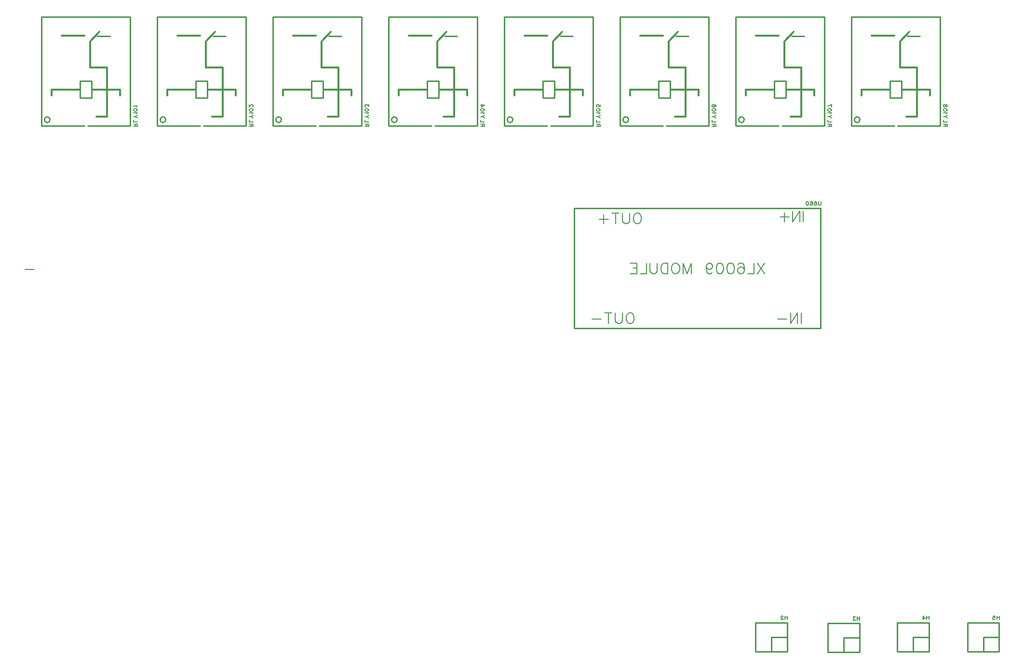
<source format=gbo>
G04 Layer: BottomSilkscreenLayer*
G04 EasyEDA Pro v2.2.40.8, 2025-09-09 13:59:53*
G04 Gerber Generator version 0.3*
G04 Scale: 100 percent, Rotated: No, Reflected: No*
G04 Dimensions in millimeters*
G04 Leading zeros omitted, absolute positions, 4 integers and 5 decimals*
G04 Generated by one-click*
%FSLAX45Y45*%
%MOMM*%
%ADD10C,0.152*%
%ADD11C,0.203*%
%ADD12C,0.2032*%
%ADD13C,0.3*%
%ADD14C,0.254*%
%ADD15C,0.9801*%
G75*


G04 Text Start*
G54D10*
G01X5295693Y11464125D02*
G01X5230669Y11464125D01*
G01X5295693Y11464125D02*
G01X5295693Y11492065D01*
G01X5292645Y11501209D01*
G01X5289597Y11504257D01*
G01X5283501Y11507559D01*
G01X5277151Y11507559D01*
G01X5271055Y11504257D01*
G01X5268007Y11501209D01*
G01X5264705Y11492065D01*
G01X5264705Y11464125D01*
G01X5264705Y11485715D02*
G01X5230669Y11507559D01*
G01X5295693Y11537531D02*
G01X5230669Y11537531D01*
G01X5230669Y11537531D02*
G01X5230669Y11574869D01*
G01X5295693Y11604841D02*
G01X5264705Y11629733D01*
G01X5230669Y11629733D01*
G01X5295693Y11654371D02*
G01X5264705Y11629733D01*
G01X5283501Y11684343D02*
G01X5286549Y11690693D01*
G01X5295693Y11699837D01*
G01X5230669Y11699837D01*
G01X5295693Y11748605D02*
G01X5292645Y11739207D01*
G01X5283501Y11733111D01*
G01X5268007Y11729809D01*
G01X5258609Y11729809D01*
G01X5243115Y11733111D01*
G01X5233717Y11739207D01*
G01X5230669Y11748605D01*
G01X5230669Y11754701D01*
G01X5233717Y11763845D01*
G01X5243115Y11770195D01*
G01X5258609Y11773243D01*
G01X5268007Y11773243D01*
G01X5283501Y11770195D01*
G01X5292645Y11763845D01*
G01X5295693Y11754701D01*
G01X5295693Y11748605D01*
G01X5283501Y11803215D02*
G01X5286549Y11809565D01*
G01X5295693Y11818709D01*
G01X5230669Y11818709D01*
G01X7327693Y11464125D02*
G01X7262669Y11464125D01*
G01X7327693Y11464125D02*
G01X7327693Y11492065D01*
G01X7324645Y11501209D01*
G01X7321597Y11504257D01*
G01X7315501Y11507559D01*
G01X7309151Y11507559D01*
G01X7303055Y11504257D01*
G01X7300007Y11501209D01*
G01X7296705Y11492065D01*
G01X7296705Y11464125D01*
G01X7296705Y11485715D02*
G01X7262669Y11507559D01*
G01X7327693Y11537531D02*
G01X7262669Y11537531D01*
G01X7262669Y11537531D02*
G01X7262669Y11574869D01*
G01X7327693Y11604841D02*
G01X7296705Y11629733D01*
G01X7262669Y11629733D01*
G01X7327693Y11654371D02*
G01X7296705Y11629733D01*
G01X7315501Y11684343D02*
G01X7318549Y11690693D01*
G01X7327693Y11699837D01*
G01X7262669Y11699837D01*
G01X7327693Y11748605D02*
G01X7324645Y11739207D01*
G01X7315501Y11733111D01*
G01X7300007Y11729809D01*
G01X7290609Y11729809D01*
G01X7275115Y11733111D01*
G01X7265717Y11739207D01*
G01X7262669Y11748605D01*
G01X7262669Y11754701D01*
G01X7265717Y11763845D01*
G01X7275115Y11770195D01*
G01X7290609Y11773243D01*
G01X7300007Y11773243D01*
G01X7315501Y11770195D01*
G01X7324645Y11763845D01*
G01X7327693Y11754701D01*
G01X7327693Y11748605D01*
G01X7312199Y11806517D02*
G01X7315501Y11806517D01*
G01X7321597Y11809565D01*
G01X7324645Y11812613D01*
G01X7327693Y11818709D01*
G01X7327693Y11831155D01*
G01X7324645Y11837251D01*
G01X7321597Y11840553D01*
G01X7315501Y11843601D01*
G01X7309151Y11843601D01*
G01X7303055Y11840553D01*
G01X7293657Y11834203D01*
G01X7262669Y11803215D01*
G01X7262669Y11846649D01*
G01X9359693Y11464125D02*
G01X9294669Y11464125D01*
G01X9359693Y11464125D02*
G01X9359693Y11492065D01*
G01X9356645Y11501209D01*
G01X9353597Y11504257D01*
G01X9347501Y11507559D01*
G01X9341151Y11507559D01*
G01X9335055Y11504257D01*
G01X9332007Y11501209D01*
G01X9328705Y11492065D01*
G01X9328705Y11464125D01*
G01X9328705Y11485715D02*
G01X9294669Y11507559D01*
G01X9359693Y11537531D02*
G01X9294669Y11537531D01*
G01X9294669Y11537531D02*
G01X9294669Y11574869D01*
G01X9359693Y11604841D02*
G01X9328705Y11629733D01*
G01X9294669Y11629733D01*
G01X9359693Y11654371D02*
G01X9328705Y11629733D01*
G01X9347501Y11684343D02*
G01X9350549Y11690693D01*
G01X9359693Y11699837D01*
G01X9294669Y11699837D01*
G01X9359693Y11748605D02*
G01X9356645Y11739207D01*
G01X9347501Y11733111D01*
G01X9332007Y11729809D01*
G01X9322609Y11729809D01*
G01X9307115Y11733111D01*
G01X9297717Y11739207D01*
G01X9294669Y11748605D01*
G01X9294669Y11754701D01*
G01X9297717Y11763845D01*
G01X9307115Y11770195D01*
G01X9322609Y11773243D01*
G01X9332007Y11773243D01*
G01X9347501Y11770195D01*
G01X9356645Y11763845D01*
G01X9359693Y11754701D01*
G01X9359693Y11748605D01*
G01X9359693Y11809565D02*
G01X9359693Y11843601D01*
G01X9335055Y11825059D01*
G01X9335055Y11834203D01*
G01X9332007Y11840553D01*
G01X9328705Y11843601D01*
G01X9319561Y11846649D01*
G01X9313211Y11846649D01*
G01X9304067Y11843601D01*
G01X9297717Y11837251D01*
G01X9294669Y11828107D01*
G01X9294669Y11818709D01*
G01X9297717Y11809565D01*
G01X9301019Y11806517D01*
G01X9307115Y11803215D01*
G01X11391693Y11464125D02*
G01X11326669Y11464125D01*
G01X11391693Y11464125D02*
G01X11391693Y11492065D01*
G01X11388645Y11501209D01*
G01X11385597Y11504257D01*
G01X11379501Y11507559D01*
G01X11373151Y11507559D01*
G01X11367055Y11504257D01*
G01X11364007Y11501209D01*
G01X11360705Y11492065D01*
G01X11360705Y11464125D01*
G01X11360705Y11485715D02*
G01X11326669Y11507559D01*
G01X11391693Y11537531D02*
G01X11326669Y11537531D01*
G01X11326669Y11537531D02*
G01X11326669Y11574869D01*
G01X11391693Y11604841D02*
G01X11360705Y11629733D01*
G01X11326669Y11629733D01*
G01X11391693Y11654371D02*
G01X11360705Y11629733D01*
G01X11379501Y11684343D02*
G01X11382549Y11690693D01*
G01X11391693Y11699837D01*
G01X11326669Y11699837D01*
G01X11391693Y11748605D02*
G01X11388645Y11739207D01*
G01X11379501Y11733111D01*
G01X11364007Y11729809D01*
G01X11354609Y11729809D01*
G01X11339115Y11733111D01*
G01X11329717Y11739207D01*
G01X11326669Y11748605D01*
G01X11326669Y11754701D01*
G01X11329717Y11763845D01*
G01X11339115Y11770195D01*
G01X11354609Y11773243D01*
G01X11364007Y11773243D01*
G01X11379501Y11770195D01*
G01X11388645Y11763845D01*
G01X11391693Y11754701D01*
G01X11391693Y11748605D01*
G01X11391693Y11834203D02*
G01X11348513Y11803215D01*
G01X11348513Y11849697D01*
G01X11391693Y11834203D02*
G01X11326669Y11834203D01*
G01X13423693Y11464125D02*
G01X13358669Y11464125D01*
G01X13423693Y11464125D02*
G01X13423693Y11492065D01*
G01X13420645Y11501209D01*
G01X13417597Y11504257D01*
G01X13411501Y11507559D01*
G01X13405151Y11507559D01*
G01X13399055Y11504257D01*
G01X13396007Y11501209D01*
G01X13392705Y11492065D01*
G01X13392705Y11464125D01*
G01X13392705Y11485715D02*
G01X13358669Y11507559D01*
G01X13423693Y11537531D02*
G01X13358669Y11537531D01*
G01X13358669Y11537531D02*
G01X13358669Y11574869D01*
G01X13423693Y11604841D02*
G01X13392705Y11629733D01*
G01X13358669Y11629733D01*
G01X13423693Y11654371D02*
G01X13392705Y11629733D01*
G01X13411501Y11684343D02*
G01X13414549Y11690693D01*
G01X13423693Y11699837D01*
G01X13358669Y11699837D01*
G01X13423693Y11748605D02*
G01X13420645Y11739207D01*
G01X13411501Y11733111D01*
G01X13396007Y11729809D01*
G01X13386609Y11729809D01*
G01X13371115Y11733111D01*
G01X13361717Y11739207D01*
G01X13358669Y11748605D01*
G01X13358669Y11754701D01*
G01X13361717Y11763845D01*
G01X13371115Y11770195D01*
G01X13386609Y11773243D01*
G01X13396007Y11773243D01*
G01X13411501Y11770195D01*
G01X13420645Y11763845D01*
G01X13423693Y11754701D01*
G01X13423693Y11748605D01*
G01X13423693Y11840553D02*
G01X13423693Y11809565D01*
G01X13396007Y11806517D01*
G01X13399055Y11809565D01*
G01X13402103Y11818709D01*
G01X13402103Y11828107D01*
G01X13399055Y11837251D01*
G01X13392705Y11843601D01*
G01X13383561Y11846649D01*
G01X13377211Y11846649D01*
G01X13368067Y11843601D01*
G01X13361717Y11837251D01*
G01X13358669Y11828107D01*
G01X13358669Y11818709D01*
G01X13361717Y11809565D01*
G01X13365019Y11806517D01*
G01X13371115Y11803215D01*
G01X15455693Y11464125D02*
G01X15390669Y11464125D01*
G01X15455693Y11464125D02*
G01X15455693Y11492065D01*
G01X15452645Y11501209D01*
G01X15449597Y11504257D01*
G01X15443501Y11507559D01*
G01X15437151Y11507559D01*
G01X15431055Y11504257D01*
G01X15428007Y11501209D01*
G01X15424705Y11492065D01*
G01X15424705Y11464125D01*
G01X15424705Y11485715D02*
G01X15390669Y11507559D01*
G01X15455693Y11537531D02*
G01X15390669Y11537531D01*
G01X15390669Y11537531D02*
G01X15390669Y11574869D01*
G01X15455693Y11604841D02*
G01X15424705Y11629733D01*
G01X15390669Y11629733D01*
G01X15455693Y11654371D02*
G01X15424705Y11629733D01*
G01X15443501Y11684343D02*
G01X15446549Y11690693D01*
G01X15455693Y11699837D01*
G01X15390669Y11699837D01*
G01X15455693Y11748605D02*
G01X15452645Y11739207D01*
G01X15443501Y11733111D01*
G01X15428007Y11729809D01*
G01X15418609Y11729809D01*
G01X15403115Y11733111D01*
G01X15393717Y11739207D01*
G01X15390669Y11748605D01*
G01X15390669Y11754701D01*
G01X15393717Y11763845D01*
G01X15403115Y11770195D01*
G01X15418609Y11773243D01*
G01X15428007Y11773243D01*
G01X15443501Y11770195D01*
G01X15452645Y11763845D01*
G01X15455693Y11754701D01*
G01X15455693Y11748605D01*
G01X15446549Y11840553D02*
G01X15452645Y11837251D01*
G01X15455693Y11828107D01*
G01X15455693Y11822011D01*
G01X15452645Y11812613D01*
G01X15443501Y11806517D01*
G01X15428007Y11803215D01*
G01X15412513Y11803215D01*
G01X15400067Y11806517D01*
G01X15393717Y11812613D01*
G01X15390669Y11822011D01*
G01X15390669Y11825059D01*
G01X15393717Y11834203D01*
G01X15400067Y11840553D01*
G01X15409211Y11843601D01*
G01X15412513Y11843601D01*
G01X15421657Y11840553D01*
G01X15428007Y11834203D01*
G01X15431055Y11825059D01*
G01X15431055Y11822011D01*
G01X15428007Y11812613D01*
G01X15421657Y11806517D01*
G01X15412513Y11803215D01*
G01X17487693Y11464125D02*
G01X17422669Y11464125D01*
G01X17487693Y11464125D02*
G01X17487693Y11492065D01*
G01X17484645Y11501209D01*
G01X17481597Y11504257D01*
G01X17475501Y11507559D01*
G01X17469151Y11507559D01*
G01X17463055Y11504257D01*
G01X17460007Y11501209D01*
G01X17456705Y11492065D01*
G01X17456705Y11464125D01*
G01X17456705Y11485715D02*
G01X17422669Y11507559D01*
G01X17487693Y11537531D02*
G01X17422669Y11537531D01*
G01X17422669Y11537531D02*
G01X17422669Y11574869D01*
G01X17487693Y11604841D02*
G01X17456705Y11629733D01*
G01X17422669Y11629733D01*
G01X17487693Y11654371D02*
G01X17456705Y11629733D01*
G01X17475501Y11684343D02*
G01X17478549Y11690693D01*
G01X17487693Y11699837D01*
G01X17422669Y11699837D01*
G01X17487693Y11748605D02*
G01X17484645Y11739207D01*
G01X17475501Y11733111D01*
G01X17460007Y11729809D01*
G01X17450609Y11729809D01*
G01X17435115Y11733111D01*
G01X17425717Y11739207D01*
G01X17422669Y11748605D01*
G01X17422669Y11754701D01*
G01X17425717Y11763845D01*
G01X17435115Y11770195D01*
G01X17450609Y11773243D01*
G01X17460007Y11773243D01*
G01X17475501Y11770195D01*
G01X17484645Y11763845D01*
G01X17487693Y11754701D01*
G01X17487693Y11748605D01*
G01X17487693Y11846649D02*
G01X17422669Y11815661D01*
G01X17487693Y11803215D02*
G01X17487693Y11846649D01*
G01X19519693Y11464125D02*
G01X19454669Y11464125D01*
G01X19519693Y11464125D02*
G01X19519693Y11492065D01*
G01X19516645Y11501209D01*
G01X19513597Y11504257D01*
G01X19507501Y11507559D01*
G01X19501151Y11507559D01*
G01X19495055Y11504257D01*
G01X19492007Y11501209D01*
G01X19488705Y11492065D01*
G01X19488705Y11464125D01*
G01X19488705Y11485715D02*
G01X19454669Y11507559D01*
G01X19519693Y11537531D02*
G01X19454669Y11537531D01*
G01X19454669Y11537531D02*
G01X19454669Y11574869D01*
G01X19519693Y11604841D02*
G01X19488705Y11629733D01*
G01X19454669Y11629733D01*
G01X19519693Y11654371D02*
G01X19488705Y11629733D01*
G01X19507501Y11684343D02*
G01X19510549Y11690693D01*
G01X19519693Y11699837D01*
G01X19454669Y11699837D01*
G01X19519693Y11748605D02*
G01X19516645Y11739207D01*
G01X19507501Y11733111D01*
G01X19492007Y11729809D01*
G01X19482609Y11729809D01*
G01X19467115Y11733111D01*
G01X19457717Y11739207D01*
G01X19454669Y11748605D01*
G01X19454669Y11754701D01*
G01X19457717Y11763845D01*
G01X19467115Y11770195D01*
G01X19482609Y11773243D01*
G01X19492007Y11773243D01*
G01X19507501Y11770195D01*
G01X19516645Y11763845D01*
G01X19519693Y11754701D01*
G01X19519693Y11748605D01*
G01X19519693Y11818709D02*
G01X19516645Y11809565D01*
G01X19510549Y11806517D01*
G01X19504199Y11806517D01*
G01X19498103Y11809565D01*
G01X19495055Y11815661D01*
G01X19492007Y11828107D01*
G01X19488705Y11837251D01*
G01X19482609Y11843601D01*
G01X19476513Y11846649D01*
G01X19467115Y11846649D01*
G01X19461019Y11843601D01*
G01X19457717Y11840553D01*
G01X19454669Y11831155D01*
G01X19454669Y11818709D01*
G01X19457717Y11809565D01*
G01X19461019Y11806517D01*
G01X19467115Y11803215D01*
G01X19476513Y11803215D01*
G01X19482609Y11806517D01*
G01X19488705Y11812613D01*
G01X19492007Y11822011D01*
G01X19495055Y11834203D01*
G01X19498103Y11840553D01*
G01X19504199Y11843601D01*
G01X19510549Y11843601D01*
G01X19516645Y11840553D01*
G01X19519693Y11831155D01*
G01X19519693Y11818709D01*
G01X17985880Y2850134D02*
G01X17985880Y2785110D01*
G01X17942446Y2850134D02*
G01X17942446Y2785110D01*
G01X17985880Y2819146D02*
G01X17942446Y2819146D01*
G01X17906124Y2850134D02*
G01X17872088Y2850134D01*
G01X17890630Y2825496D01*
G01X17881486Y2825496D01*
G01X17875136Y2822448D01*
G01X17872088Y2819146D01*
G01X17869040Y2810002D01*
G01X17869040Y2803652D01*
G01X17872088Y2794508D01*
G01X17878438Y2788158D01*
G01X17887582Y2785110D01*
G01X17896980Y2785110D01*
G01X17906124Y2788158D01*
G01X17909172Y2791460D01*
G01X17912474Y2797556D01*
G01X20436980Y2862834D02*
G01X20436980Y2797810D01*
G01X20393546Y2862834D02*
G01X20393546Y2797810D01*
G01X20436980Y2831846D02*
G01X20393546Y2831846D01*
G01X20326236Y2862834D02*
G01X20357224Y2862834D01*
G01X20360272Y2835148D01*
G01X20357224Y2838196D01*
G01X20348080Y2841244D01*
G01X20338682Y2841244D01*
G01X20329538Y2838196D01*
G01X20323188Y2831846D01*
G01X20320140Y2822702D01*
G01X20320140Y2816352D01*
G01X20323188Y2807208D01*
G01X20329538Y2800858D01*
G01X20338682Y2797810D01*
G01X20348080Y2797810D01*
G01X20357224Y2800858D01*
G01X20360272Y2804160D01*
G01X20363574Y2810256D01*
G54D11*
G01X16995395Y9976635D02*
G01X16995395Y9789945D01*
G01X16932403Y9976635D02*
G01X16932403Y9789945D01*
G01X16932403Y9976635D02*
G01X16807943Y9789945D01*
G01X16807943Y9976635D02*
G01X16807943Y9789945D01*
G01X16664941Y9949965D02*
G01X16664941Y9789945D01*
G01X16744951Y9869955D02*
G01X16584931Y9869955D01*
G01X16957295Y8185935D02*
G01X16957295Y7999245D01*
G01X16894303Y8185935D02*
G01X16894303Y7999245D01*
G01X16894303Y8185935D02*
G01X16769843Y7999245D01*
G01X16769843Y8185935D02*
G01X16769843Y7999245D01*
G01X16706851Y8079255D02*
G01X16546831Y8079255D01*
G01X14097255Y9938535D02*
G01X14115035Y9929645D01*
G01X14132815Y9911865D01*
G01X14141705Y9894085D01*
G01X14150595Y9867415D01*
G01X14150595Y9822965D01*
G01X14141705Y9796295D01*
G01X14132815Y9778515D01*
G01X14115035Y9760735D01*
G01X14097255Y9751845D01*
G01X14061695Y9751845D01*
G01X14043915Y9760735D01*
G01X14026135Y9778515D01*
G01X14017245Y9796295D01*
G01X14008355Y9822965D01*
G01X14008355Y9867415D01*
G01X14017245Y9894085D01*
G01X14026135Y9911865D01*
G01X14043915Y9929645D01*
G01X14061695Y9938535D01*
G01X14097255Y9938535D01*
G01X13945363Y9938535D02*
G01X13945363Y9805185D01*
G01X13936473Y9778515D01*
G01X13918693Y9760735D01*
G01X13892023Y9751845D01*
G01X13874243Y9751845D01*
G01X13847573Y9760735D01*
G01X13829793Y9778515D01*
G01X13820903Y9805185D01*
G01X13820903Y9938535D01*
G01X13695681Y9938535D02*
G01X13695681Y9751845D01*
G01X13757911Y9938535D02*
G01X13633451Y9938535D01*
G01X13490449Y9911865D02*
G01X13490449Y9751845D01*
G01X13570459Y9831855D02*
G01X13410439Y9831855D01*
G01X13970255Y8185935D02*
G01X13988035Y8177045D01*
G01X14005815Y8159265D01*
G01X14014705Y8141485D01*
G01X14023595Y8114815D01*
G01X14023595Y8070365D01*
G01X14014705Y8043695D01*
G01X14005815Y8025915D01*
G01X13988035Y8008135D01*
G01X13970255Y7999245D01*
G01X13934695Y7999245D01*
G01X13916915Y8008135D01*
G01X13899135Y8025915D01*
G01X13890245Y8043695D01*
G01X13881355Y8070365D01*
G01X13881355Y8114815D01*
G01X13890245Y8141485D01*
G01X13899135Y8159265D01*
G01X13916915Y8177045D01*
G01X13934695Y8185935D01*
G01X13970255Y8185935D01*
G01X13818363Y8185935D02*
G01X13818363Y8052585D01*
G01X13809473Y8025915D01*
G01X13791693Y8008135D01*
G01X13765023Y7999245D01*
G01X13747243Y7999245D01*
G01X13720573Y8008135D01*
G01X13702793Y8025915D01*
G01X13693903Y8052585D01*
G01X13693903Y8185935D01*
G01X13568681Y8185935D02*
G01X13568681Y7999245D01*
G01X13630911Y8185935D02*
G01X13506451Y8185935D01*
G01X13443459Y8079255D02*
G01X13283439Y8079255D01*
G01X16314604Y9060700D02*
G01X16190144Y8874010D01*
G01X16190144Y9060700D02*
G01X16314604Y8874010D01*
G01X16127152Y9060700D02*
G01X16127152Y8874010D01*
G01X16127152Y8874010D02*
G01X16020472Y8874010D01*
G01X15850800Y9034030D02*
G01X15859690Y9051810D01*
G01X15886360Y9060700D01*
G01X15904140Y9060700D01*
G01X15930810Y9051810D01*
G01X15948590Y9025140D01*
G01X15957480Y8980690D01*
G01X15957480Y8936240D01*
G01X15948590Y8900680D01*
G01X15930810Y8882900D01*
G01X15904140Y8874010D01*
G01X15895250Y8874010D01*
G01X15868580Y8882900D01*
G01X15850800Y8900680D01*
G01X15841910Y8927350D01*
G01X15841910Y8936240D01*
G01X15850800Y8962910D01*
G01X15868580Y8980690D01*
G01X15895250Y8989580D01*
G01X15904140Y8989580D01*
G01X15930810Y8980690D01*
G01X15948590Y8962910D01*
G01X15957480Y8936240D01*
G01X15725578Y9060700D02*
G01X15752248Y9051810D01*
G01X15770028Y9025140D01*
G01X15778918Y8980690D01*
G01X15778918Y8954020D01*
G01X15770028Y8909570D01*
G01X15752248Y8882900D01*
G01X15725578Y8874010D01*
G01X15707798Y8874010D01*
G01X15681128Y8882900D01*
G01X15663348Y8909570D01*
G01X15654458Y8954020D01*
G01X15654458Y8980690D01*
G01X15663348Y9025140D01*
G01X15681128Y9051810D01*
G01X15707798Y9060700D01*
G01X15725578Y9060700D01*
G01X15538126Y9060700D02*
G01X15564796Y9051810D01*
G01X15582576Y9025140D01*
G01X15591466Y8980690D01*
G01X15591466Y8954020D01*
G01X15582576Y8909570D01*
G01X15564796Y8882900D01*
G01X15538126Y8874010D01*
G01X15520346Y8874010D01*
G01X15493676Y8882900D01*
G01X15475896Y8909570D01*
G01X15467006Y8954020D01*
G01X15467006Y8980690D01*
G01X15475896Y9025140D01*
G01X15493676Y9051810D01*
G01X15520346Y9060700D01*
G01X15538126Y9060700D01*
G01X15288444Y8998470D02*
G01X15297334Y8971800D01*
G01X15315114Y8954020D01*
G01X15341784Y8945130D01*
G01X15350674Y8945130D01*
G01X15377344Y8954020D01*
G01X15395124Y8971800D01*
G01X15404014Y8998470D01*
G01X15404014Y9007360D01*
G01X15395124Y9034030D01*
G01X15377344Y9051810D01*
G01X15350674Y9060700D01*
G01X15341784Y9060700D01*
G01X15315114Y9051810D01*
G01X15297334Y9034030D01*
G01X15288444Y8998470D01*
G01X15288444Y8954020D01*
G01X15297334Y8909570D01*
G01X15315114Y8882900D01*
G01X15341784Y8874010D01*
G01X15359564Y8874010D01*
G01X15386234Y8882900D01*
G01X15395124Y8900680D01*
G01X15026316Y9060700D02*
G01X15026316Y8874010D01*
G01X15026316Y9060700D02*
G01X14955196Y8874010D01*
G01X14884076Y9060700D02*
G01X14955196Y8874010D01*
G01X14884076Y9060700D02*
G01X14884076Y8874010D01*
G01X14767744Y9060700D02*
G01X14785524Y9051810D01*
G01X14803304Y9034030D01*
G01X14812194Y9016250D01*
G01X14821084Y8989580D01*
G01X14821084Y8945130D01*
G01X14812194Y8918460D01*
G01X14803304Y8900680D01*
G01X14785524Y8882900D01*
G01X14767744Y8874010D01*
G01X14732184Y8874010D01*
G01X14714404Y8882900D01*
G01X14696624Y8900680D01*
G01X14687734Y8918460D01*
G01X14678844Y8945130D01*
G01X14678844Y8989580D01*
G01X14687734Y9016250D01*
G01X14696624Y9034030D01*
G01X14714404Y9051810D01*
G01X14732184Y9060700D01*
G01X14767744Y9060700D01*
G01X14615852Y9060700D02*
G01X14615852Y8874010D01*
G01X14615852Y9060700D02*
G01X14553622Y9060700D01*
G01X14526952Y9051810D01*
G01X14509172Y9034030D01*
G01X14500282Y9016250D01*
G01X14491392Y8989580D01*
G01X14491392Y8945130D01*
G01X14500282Y8918460D01*
G01X14509172Y8900680D01*
G01X14526952Y8882900D01*
G01X14553622Y8874010D01*
G01X14615852Y8874010D01*
G01X14428400Y9060700D02*
G01X14428400Y8927350D01*
G01X14419510Y8900680D01*
G01X14401730Y8882900D01*
G01X14375060Y8874010D01*
G01X14357280Y8874010D01*
G01X14330610Y8882900D01*
G01X14312830Y8900680D01*
G01X14303940Y8927350D01*
G01X14303940Y9060700D01*
G01X14240948Y9060700D02*
G01X14240948Y8874010D01*
G01X14240948Y8874010D02*
G01X14134268Y8874010D01*
G01X14071276Y9060700D02*
G01X14071276Y8874010D01*
G01X14071276Y9060700D02*
G01X13955706Y9060700D01*
G01X14071276Y8971800D02*
G01X14000156Y8971800D01*
G01X14071276Y8874010D02*
G01X13955706Y8874010D01*
G54D10*
G01X17302735Y10141989D02*
G01X17302735Y10095507D01*
G01X17299687Y10086363D01*
G01X17293591Y10080013D01*
G01X17284193Y10076965D01*
G01X17278097Y10076965D01*
G01X17268699Y10080013D01*
G01X17262603Y10086363D01*
G01X17259301Y10095507D01*
G01X17259301Y10141989D01*
G01X17191991Y10132845D02*
G01X17195293Y10138941D01*
G01X17204437Y10141989D01*
G01X17210533Y10141989D01*
G01X17219931Y10138941D01*
G01X17226027Y10129797D01*
G01X17229329Y10114303D01*
G01X17229329Y10098809D01*
G01X17226027Y10086363D01*
G01X17219931Y10080013D01*
G01X17210533Y10076965D01*
G01X17207485Y10076965D01*
G01X17198341Y10080013D01*
G01X17191991Y10086363D01*
G01X17188943Y10095507D01*
G01X17188943Y10098809D01*
G01X17191991Y10107953D01*
G01X17198341Y10114303D01*
G01X17207485Y10117351D01*
G01X17210533Y10117351D01*
G01X17219931Y10114303D01*
G01X17226027Y10107953D01*
G01X17229329Y10098809D01*
G01X17121633Y10132845D02*
G01X17124935Y10138941D01*
G01X17134079Y10141989D01*
G01X17140175Y10141989D01*
G01X17149573Y10138941D01*
G01X17155669Y10129797D01*
G01X17158971Y10114303D01*
G01X17158971Y10098809D01*
G01X17155669Y10086363D01*
G01X17149573Y10080013D01*
G01X17140175Y10076965D01*
G01X17137127Y10076965D01*
G01X17127983Y10080013D01*
G01X17121633Y10086363D01*
G01X17118585Y10095507D01*
G01X17118585Y10098809D01*
G01X17121633Y10107953D01*
G01X17127983Y10114303D01*
G01X17137127Y10117351D01*
G01X17140175Y10117351D01*
G01X17149573Y10114303D01*
G01X17155669Y10107953D01*
G01X17158971Y10098809D01*
G01X17069817Y10141989D02*
G01X17079215Y10138941D01*
G01X17085311Y10129797D01*
G01X17088613Y10114303D01*
G01X17088613Y10104905D01*
G01X17085311Y10089411D01*
G01X17079215Y10080013D01*
G01X17069817Y10076965D01*
G01X17063721Y10076965D01*
G01X17054577Y10080013D01*
G01X17048227Y10089411D01*
G01X17045179Y10104905D01*
G01X17045179Y10114303D01*
G01X17048227Y10129797D01*
G01X17054577Y10138941D01*
G01X17063721Y10141989D01*
G01X17069817Y10141989D01*
G01X16715880Y2862834D02*
G01X16715880Y2797810D01*
G01X16672446Y2862834D02*
G01X16672446Y2797810D01*
G01X16715880Y2831846D02*
G01X16672446Y2831846D01*
G01X16639172Y2847340D02*
G01X16639172Y2850642D01*
G01X16636124Y2856738D01*
G01X16633076Y2859786D01*
G01X16626980Y2862834D01*
G01X16614534Y2862834D01*
G01X16608438Y2859786D01*
G01X16605136Y2856738D01*
G01X16602088Y2850642D01*
G01X16602088Y2844292D01*
G01X16605136Y2838196D01*
G01X16611486Y2828798D01*
G01X16642474Y2797810D01*
G01X16599040Y2797810D01*
G01X19205080Y2862834D02*
G01X19205080Y2797810D01*
G01X19161646Y2862834D02*
G01X19161646Y2797810D01*
G01X19205080Y2831846D02*
G01X19161646Y2831846D01*
G01X19100686Y2862834D02*
G01X19131674Y2819654D01*
G01X19085192Y2819654D01*
G01X19100686Y2862834D02*
G01X19100686Y2797810D01*
G04 Text End*

G04 PolygonModel Start*
G54D12*
G01X3325350Y8945568D02*
G01X3490449Y8945568D01*
G54D13*
G01X4501140Y12109920D02*
G01X4996054Y12109920D01*
G01X3796057Y12109920D02*
G01X4290930Y12109920D01*
G01X3796059Y12109920D02*
G01X3796057Y12008132D01*
G01X4996052Y12109920D02*
G01X4996054Y12008132D01*
G01X3970351Y13055958D02*
G01X4364813Y13055958D01*
G01X4466159Y12954130D02*
G01X4626941Y13119179D01*
G01X4576055Y11635946D02*
G01X4768775Y11635946D01*
G01X4768775Y11635946D02*
G01X4768775Y12499546D01*
G01X4768775Y12499546D02*
G01X4468776Y12499546D01*
G01X4468776Y12499546D02*
G01X4466360Y12501959D01*
G01X4466360Y12501959D02*
G01X4466360Y12903558D01*
G01X4466360Y12903558D02*
G01X4466360Y12954358D01*
G54D14*
G01X3616057Y13389229D02*
G01X3616057Y11469218D01*
G01X5176059Y13389216D02*
G01X5176059Y11469205D01*
G01X3616054Y13389219D02*
G01X5176056Y13389219D01*
G01X4820743Y13049049D02*
G01X4597985Y13049049D01*
G01X5176059Y11469205D02*
G01X4425525Y11469205D01*
G01X4366586Y11469205D02*
G01X3616057Y11469205D01*
G01X4496055Y11961625D02*
G01X4496055Y12261624D01*
G01X4296056Y12261624D01*
G01X4296056Y11961625D01*
G01X4496055Y11961625D01*
G54D13*
G01X6533140Y12109920D02*
G01X7028054Y12109920D01*
G01X5828057Y12109920D02*
G01X6322930Y12109920D01*
G01X5828059Y12109920D02*
G01X5828057Y12008132D01*
G01X7028052Y12109920D02*
G01X7028054Y12008132D01*
G01X6002351Y13055958D02*
G01X6396813Y13055958D01*
G01X6498159Y12954130D02*
G01X6658941Y13119179D01*
G01X6608055Y11635946D02*
G01X6800775Y11635946D01*
G01X6800775Y11635946D02*
G01X6800775Y12499546D01*
G01X6800775Y12499546D02*
G01X6500776Y12499546D01*
G01X6500776Y12499546D02*
G01X6498360Y12501959D01*
G01X6498360Y12501959D02*
G01X6498360Y12903558D01*
G01X6498360Y12903558D02*
G01X6498360Y12954358D01*
G54D14*
G01X5648057Y13389229D02*
G01X5648057Y11469218D01*
G01X7208059Y13389216D02*
G01X7208059Y11469205D01*
G01X5648054Y13389219D02*
G01X7208056Y13389219D01*
G01X6852743Y13049049D02*
G01X6629985Y13049049D01*
G01X7208059Y11469205D02*
G01X6457525Y11469205D01*
G01X6398586Y11469205D02*
G01X5648057Y11469205D01*
G01X6528055Y11961625D02*
G01X6528055Y12261624D01*
G01X6328056Y12261624D01*
G01X6328056Y11961625D01*
G01X6528055Y11961625D01*
G54D13*
G01X8565140Y12109920D02*
G01X9060054Y12109920D01*
G01X7860057Y12109920D02*
G01X8354930Y12109920D01*
G01X7860059Y12109920D02*
G01X7860057Y12008132D01*
G01X9060052Y12109920D02*
G01X9060054Y12008132D01*
G01X8034351Y13055958D02*
G01X8428813Y13055958D01*
G01X8530159Y12954130D02*
G01X8690941Y13119179D01*
G01X8640055Y11635946D02*
G01X8832775Y11635946D01*
G01X8832775Y11635946D02*
G01X8832775Y12499546D01*
G01X8832775Y12499546D02*
G01X8532776Y12499546D01*
G01X8532776Y12499546D02*
G01X8530360Y12501959D01*
G01X8530360Y12501959D02*
G01X8530360Y12903558D01*
G01X8530360Y12903558D02*
G01X8530360Y12954358D01*
G54D14*
G01X7680057Y13389229D02*
G01X7680057Y11469218D01*
G01X9240059Y13389216D02*
G01X9240059Y11469205D01*
G01X7680054Y13389219D02*
G01X9240056Y13389219D01*
G01X8884743Y13049049D02*
G01X8661985Y13049049D01*
G01X9240059Y11469205D02*
G01X8489525Y11469205D01*
G01X8430586Y11469205D02*
G01X7680057Y11469205D01*
G01X8560055Y11961625D02*
G01X8560055Y12261624D01*
G01X8360056Y12261624D01*
G01X8360056Y11961625D01*
G01X8560055Y11961625D01*
G54D13*
G01X10597140Y12109920D02*
G01X11092054Y12109920D01*
G01X9892057Y12109920D02*
G01X10386930Y12109920D01*
G01X9892059Y12109920D02*
G01X9892057Y12008132D01*
G01X11092052Y12109920D02*
G01X11092054Y12008132D01*
G01X10066351Y13055958D02*
G01X10460813Y13055958D01*
G01X10562159Y12954130D02*
G01X10722941Y13119179D01*
G01X10672055Y11635946D02*
G01X10864775Y11635946D01*
G01X10864775Y11635946D02*
G01X10864775Y12499546D01*
G01X10864775Y12499546D02*
G01X10564776Y12499546D01*
G01X10564776Y12499546D02*
G01X10562360Y12501959D01*
G01X10562360Y12501959D02*
G01X10562360Y12903558D01*
G01X10562360Y12903558D02*
G01X10562360Y12954358D01*
G54D14*
G01X9712057Y13389229D02*
G01X9712057Y11469218D01*
G01X11272059Y13389216D02*
G01X11272059Y11469205D01*
G01X9712054Y13389219D02*
G01X11272056Y13389219D01*
G01X10916743Y13049049D02*
G01X10693985Y13049049D01*
G01X11272059Y11469205D02*
G01X10521525Y11469205D01*
G01X10462586Y11469205D02*
G01X9712057Y11469205D01*
G01X10592055Y11961625D02*
G01X10592055Y12261624D01*
G01X10392056Y12261624D01*
G01X10392056Y11961625D01*
G01X10592055Y11961625D01*
G54D13*
G01X12629140Y12109920D02*
G01X13124054Y12109920D01*
G01X11924057Y12109920D02*
G01X12418930Y12109920D01*
G01X11924059Y12109920D02*
G01X11924057Y12008132D01*
G01X13124052Y12109920D02*
G01X13124054Y12008132D01*
G01X12098351Y13055958D02*
G01X12492813Y13055958D01*
G01X12594159Y12954130D02*
G01X12754941Y13119179D01*
G01X12704055Y11635946D02*
G01X12896775Y11635946D01*
G01X12896775Y11635946D02*
G01X12896775Y12499546D01*
G01X12896775Y12499546D02*
G01X12596776Y12499546D01*
G01X12596776Y12499546D02*
G01X12594360Y12501959D01*
G01X12594360Y12501959D02*
G01X12594360Y12903558D01*
G01X12594360Y12903558D02*
G01X12594360Y12954358D01*
G54D14*
G01X11744057Y13389229D02*
G01X11744057Y11469218D01*
G01X13304059Y13389216D02*
G01X13304059Y11469205D01*
G01X11744054Y13389219D02*
G01X13304056Y13389219D01*
G01X12948743Y13049049D02*
G01X12725985Y13049049D01*
G01X13304059Y11469205D02*
G01X12553525Y11469205D01*
G01X12494586Y11469205D02*
G01X11744057Y11469205D01*
G01X12624055Y11961625D02*
G01X12624055Y12261624D01*
G01X12424056Y12261624D01*
G01X12424056Y11961625D01*
G01X12624055Y11961625D01*
G54D13*
G01X14661140Y12109920D02*
G01X15156054Y12109920D01*
G01X13956057Y12109920D02*
G01X14450930Y12109920D01*
G01X13956059Y12109920D02*
G01X13956057Y12008132D01*
G01X15156052Y12109920D02*
G01X15156054Y12008132D01*
G01X14130351Y13055958D02*
G01X14524813Y13055958D01*
G01X14626159Y12954130D02*
G01X14786941Y13119179D01*
G01X14736055Y11635946D02*
G01X14928775Y11635946D01*
G01X14928775Y11635946D02*
G01X14928775Y12499546D01*
G01X14928775Y12499546D02*
G01X14628776Y12499546D01*
G01X14628776Y12499546D02*
G01X14626360Y12501959D01*
G01X14626360Y12501959D02*
G01X14626360Y12903558D01*
G01X14626360Y12903558D02*
G01X14626360Y12954358D01*
G54D14*
G01X13776057Y13389229D02*
G01X13776057Y11469218D01*
G01X15336059Y13389216D02*
G01X15336059Y11469205D01*
G01X13776054Y13389219D02*
G01X15336056Y13389219D01*
G01X14980743Y13049049D02*
G01X14757985Y13049049D01*
G01X15336059Y11469205D02*
G01X14585525Y11469205D01*
G01X14526586Y11469205D02*
G01X13776057Y11469205D01*
G01X14656055Y11961625D02*
G01X14656055Y12261624D01*
G01X14456056Y12261624D01*
G01X14456056Y11961625D01*
G01X14656055Y11961625D01*
G54D13*
G01X16693140Y12109920D02*
G01X17188054Y12109920D01*
G01X15988057Y12109920D02*
G01X16482930Y12109920D01*
G01X15988059Y12109920D02*
G01X15988057Y12008132D01*
G01X17188052Y12109920D02*
G01X17188054Y12008132D01*
G01X16162351Y13055958D02*
G01X16556813Y13055958D01*
G01X16658159Y12954130D02*
G01X16818941Y13119179D01*
G01X16768055Y11635946D02*
G01X16960775Y11635946D01*
G01X16960775Y11635946D02*
G01X16960775Y12499546D01*
G01X16960775Y12499546D02*
G01X16660776Y12499546D01*
G01X16660776Y12499546D02*
G01X16658360Y12501959D01*
G01X16658360Y12501959D02*
G01X16658360Y12903558D01*
G01X16658360Y12903558D02*
G01X16658360Y12954358D01*
G54D14*
G01X15808057Y13389229D02*
G01X15808057Y11469218D01*
G01X17368059Y13389216D02*
G01X17368059Y11469205D01*
G01X15808054Y13389219D02*
G01X17368056Y13389219D01*
G01X17012743Y13049049D02*
G01X16789985Y13049049D01*
G01X17368059Y11469205D02*
G01X16617525Y11469205D01*
G01X16558586Y11469205D02*
G01X15808057Y11469205D01*
G01X16688055Y11961625D02*
G01X16688055Y12261624D01*
G01X16488056Y12261624D01*
G01X16488056Y11961625D01*
G01X16688055Y11961625D01*
G54D13*
G01X18725140Y12109920D02*
G01X19220054Y12109920D01*
G01X18020057Y12109920D02*
G01X18514930Y12109920D01*
G01X18020059Y12109920D02*
G01X18020057Y12008132D01*
G01X19220052Y12109920D02*
G01X19220054Y12008132D01*
G01X18194351Y13055958D02*
G01X18588813Y13055958D01*
G01X18690159Y12954130D02*
G01X18850941Y13119179D01*
G01X18800055Y11635946D02*
G01X18992775Y11635946D01*
G01X18992775Y11635946D02*
G01X18992775Y12499546D01*
G01X18992775Y12499546D02*
G01X18692776Y12499546D01*
G01X18692776Y12499546D02*
G01X18690360Y12501959D01*
G01X18690360Y12501959D02*
G01X18690360Y12903558D01*
G01X18690360Y12903558D02*
G01X18690360Y12954358D01*
G54D14*
G01X17840057Y13389229D02*
G01X17840057Y11469218D01*
G01X19400059Y13389216D02*
G01X19400059Y11469205D01*
G01X17840054Y13389219D02*
G01X19400056Y13389219D01*
G01X19044743Y13049049D02*
G01X18821985Y13049049D01*
G01X19400059Y11469205D02*
G01X18649525Y11469205D01*
G01X18590586Y11469205D02*
G01X17840057Y11469205D01*
G01X18720055Y11961625D02*
G01X18720055Y12261624D01*
G01X18520056Y12261624D01*
G01X18520056Y11961625D01*
G01X18720055Y11961625D01*
G01X16156800Y2743200D02*
G01X16156800Y2235200D01*
G01X16710800Y2743200D02*
G01X16156800Y2743200D01*
G01X16710800Y2235200D02*
G01X16156800Y2235200D01*
G01X16710800Y2489906D02*
G01X16433800Y2489906D01*
G01X16433800Y2489906D02*
G01X16433800Y2235200D01*
G01X16710800Y2743200D02*
G01X16710800Y2235200D01*
G01X17426800Y2730500D02*
G01X17426800Y2222500D01*
G01X17980800Y2730500D02*
G01X17426800Y2730500D01*
G01X17980800Y2222500D02*
G01X17426800Y2222500D01*
G01X17980800Y2477206D02*
G01X17703800Y2477206D01*
G01X17703800Y2477206D02*
G01X17703800Y2222500D01*
G01X17980800Y2730500D02*
G01X17980800Y2222500D01*
G01X18646000Y2743200D02*
G01X18646000Y2235200D01*
G01X19200000Y2743200D02*
G01X18646000Y2743200D01*
G01X19200000Y2235200D02*
G01X18646000Y2235200D01*
G01X19200000Y2489906D02*
G01X18923000Y2489906D01*
G01X18923000Y2489906D02*
G01X18923000Y2235200D01*
G01X19200000Y2743200D02*
G01X19200000Y2235200D01*
G01X19877900Y2743200D02*
G01X19877900Y2235200D01*
G01X20431900Y2743200D02*
G01X19877900Y2743200D01*
G01X20431900Y2235200D02*
G01X19877900Y2235200D01*
G01X20431900Y2489906D02*
G01X20154900Y2489906D01*
G01X20154900Y2489906D02*
G01X20154900Y2235200D01*
G01X20431900Y2743200D02*
G01X20431900Y2235200D01*

G04 Rect Start*
G01X17297655Y10022355D02*
G01X17297655Y7912355D01*
G01X12972655Y7912355D01*
G01X12972655Y10022355D01*
G01X17297655Y10022355D01*
G04 Rect End*

G04 Circle Start*
G01X3666034Y11579126D02*
G03X3766059Y11579126I50013J0D01*
G03X3666034Y11579126I-50013J0D01*
G01X5698034Y11579126D02*
G03X5798059Y11579126I50013J0D01*
G03X5698034Y11579126I-50013J0D01*
G01X7730034Y11579126D02*
G03X7830059Y11579126I50013J0D01*
G03X7730034Y11579126I-50013J0D01*
G01X9762034Y11579126D02*
G03X9862059Y11579126I50013J0D01*
G03X9762034Y11579126I-50013J0D01*
G01X11794034Y11579126D02*
G03X11894059Y11579126I50013J0D01*
G03X11794034Y11579126I-50013J0D01*
G01X13826034Y11579126D02*
G03X13926059Y11579126I50013J0D01*
G03X13826034Y11579126I-50013J0D01*
G01X15858034Y11579126D02*
G03X15958059Y11579126I50013J0D01*
G03X15858034Y11579126I-50013J0D01*
G01X17890034Y11579126D02*
G03X17990059Y11579126I50013J0D01*
G03X17890034Y11579126I-50013J0D01*
G04 Circle End*

M02*


</source>
